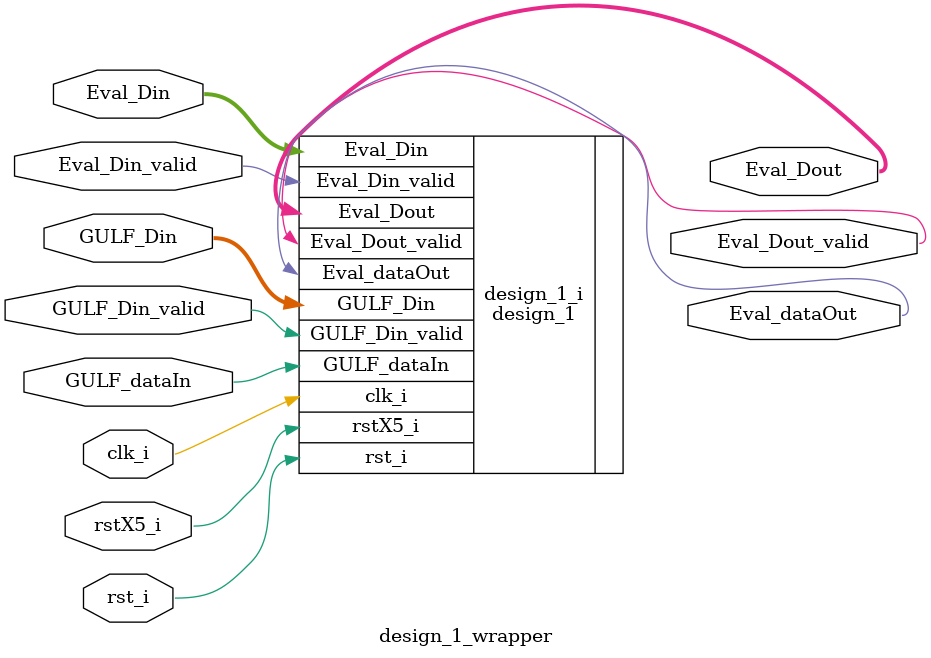
<source format=v>
`timescale 1 ps / 1 ps

module design_1_wrapper
   (Eval_Din,
    Eval_Din_valid,
    Eval_Dout,
    Eval_Dout_valid,
    Eval_dataOut,
    GULF_Din,
    GULF_Din_valid,
    GULF_dataIn,
    clk_i,
    rstX5_i,
    rst_i);
  input [7:0]Eval_Din;
  input Eval_Din_valid;
  output [7:0]Eval_Dout;
  output Eval_Dout_valid;
  output Eval_dataOut;
  input [7:0]GULF_Din;
  input GULF_Din_valid;
  input GULF_dataIn;
  input clk_i;
  input rstX5_i;
  input rst_i;

  wire [7:0]Eval_Din;
  wire Eval_Din_valid;
  wire [7:0]Eval_Dout;
  wire Eval_Dout_valid;
  wire Eval_dataOut;
  wire [7:0]GULF_Din;
  wire GULF_Din_valid;
  wire GULF_dataIn;
  wire clk_i;
  wire rstX5_i;
  wire rst_i;

  design_1 design_1_i
       (.Eval_Din(Eval_Din),
        .Eval_Din_valid(Eval_Din_valid),
        .Eval_Dout(Eval_Dout),
        .Eval_Dout_valid(Eval_Dout_valid),
        .Eval_dataOut(Eval_dataOut),
        .GULF_Din(GULF_Din),
        .GULF_Din_valid(GULF_Din_valid),
        .GULF_dataIn(GULF_dataIn),
        .clk_i(clk_i),
        .rstX5_i(rstX5_i),
        .rst_i(rst_i));
endmodule

</source>
